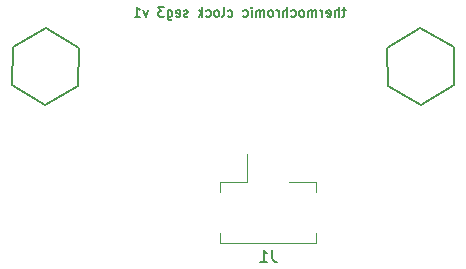
<source format=gbr>
G04 #@! TF.GenerationSoftware,KiCad,Pcbnew,(5.1.5)-3*
G04 #@! TF.CreationDate,2021-10-24T21:58:59+02:00*
G04 #@! TF.ProjectId,seg3,73656733-2e6b-4696-9361-645f70636258,1*
G04 #@! TF.SameCoordinates,Original*
G04 #@! TF.FileFunction,Legend,Bot*
G04 #@! TF.FilePolarity,Positive*
%FSLAX46Y46*%
G04 Gerber Fmt 4.6, Leading zero omitted, Abs format (unit mm)*
G04 Created by KiCad (PCBNEW (5.1.5)-3) date 2021-10-24 21:58:59*
%MOMM*%
%LPD*%
G04 APERTURE LIST*
%ADD10C,0.150000*%
%ADD11C,0.200000*%
%ADD12C,0.120000*%
%ADD13C,0.152400*%
%ADD14C,0.700000*%
G04 APERTURE END LIST*
D10*
X147071228Y-72523371D02*
X146766466Y-72523371D01*
X146956942Y-72256704D02*
X146956942Y-72942419D01*
X146918847Y-73018609D01*
X146842657Y-73056704D01*
X146766466Y-73056704D01*
X146499800Y-73056704D02*
X146499800Y-72256704D01*
X146156942Y-73056704D02*
X146156942Y-72637657D01*
X146195038Y-72561466D01*
X146271228Y-72523371D01*
X146385514Y-72523371D01*
X146461704Y-72561466D01*
X146499800Y-72599561D01*
X145471228Y-73018609D02*
X145547419Y-73056704D01*
X145699800Y-73056704D01*
X145775990Y-73018609D01*
X145814085Y-72942419D01*
X145814085Y-72637657D01*
X145775990Y-72561466D01*
X145699800Y-72523371D01*
X145547419Y-72523371D01*
X145471228Y-72561466D01*
X145433133Y-72637657D01*
X145433133Y-72713847D01*
X145814085Y-72790038D01*
X145090276Y-73056704D02*
X145090276Y-72523371D01*
X145090276Y-72675752D02*
X145052180Y-72599561D01*
X145014085Y-72561466D01*
X144937895Y-72523371D01*
X144861704Y-72523371D01*
X144595038Y-73056704D02*
X144595038Y-72523371D01*
X144595038Y-72599561D02*
X144556942Y-72561466D01*
X144480752Y-72523371D01*
X144366466Y-72523371D01*
X144290276Y-72561466D01*
X144252180Y-72637657D01*
X144252180Y-73056704D01*
X144252180Y-72637657D02*
X144214085Y-72561466D01*
X144137895Y-72523371D01*
X144023609Y-72523371D01*
X143947419Y-72561466D01*
X143909323Y-72637657D01*
X143909323Y-73056704D01*
X143414085Y-73056704D02*
X143490276Y-73018609D01*
X143528371Y-72980514D01*
X143566466Y-72904323D01*
X143566466Y-72675752D01*
X143528371Y-72599561D01*
X143490276Y-72561466D01*
X143414085Y-72523371D01*
X143299800Y-72523371D01*
X143223609Y-72561466D01*
X143185514Y-72599561D01*
X143147419Y-72675752D01*
X143147419Y-72904323D01*
X143185514Y-72980514D01*
X143223609Y-73018609D01*
X143299800Y-73056704D01*
X143414085Y-73056704D01*
X142461704Y-73018609D02*
X142537895Y-73056704D01*
X142690276Y-73056704D01*
X142766466Y-73018609D01*
X142804561Y-72980514D01*
X142842657Y-72904323D01*
X142842657Y-72675752D01*
X142804561Y-72599561D01*
X142766466Y-72561466D01*
X142690276Y-72523371D01*
X142537895Y-72523371D01*
X142461704Y-72561466D01*
X142118847Y-73056704D02*
X142118847Y-72256704D01*
X141775990Y-73056704D02*
X141775990Y-72637657D01*
X141814085Y-72561466D01*
X141890276Y-72523371D01*
X142004561Y-72523371D01*
X142080752Y-72561466D01*
X142118847Y-72599561D01*
X141395038Y-73056704D02*
X141395038Y-72523371D01*
X141395038Y-72675752D02*
X141356942Y-72599561D01*
X141318847Y-72561466D01*
X141242657Y-72523371D01*
X141166466Y-72523371D01*
X140785514Y-73056704D02*
X140861704Y-73018609D01*
X140899800Y-72980514D01*
X140937895Y-72904323D01*
X140937895Y-72675752D01*
X140899800Y-72599561D01*
X140861704Y-72561466D01*
X140785514Y-72523371D01*
X140671228Y-72523371D01*
X140595038Y-72561466D01*
X140556942Y-72599561D01*
X140518847Y-72675752D01*
X140518847Y-72904323D01*
X140556942Y-72980514D01*
X140595038Y-73018609D01*
X140671228Y-73056704D01*
X140785514Y-73056704D01*
X140175990Y-73056704D02*
X140175990Y-72523371D01*
X140175990Y-72599561D02*
X140137895Y-72561466D01*
X140061704Y-72523371D01*
X139947419Y-72523371D01*
X139871228Y-72561466D01*
X139833133Y-72637657D01*
X139833133Y-73056704D01*
X139833133Y-72637657D02*
X139795038Y-72561466D01*
X139718847Y-72523371D01*
X139604561Y-72523371D01*
X139528371Y-72561466D01*
X139490276Y-72637657D01*
X139490276Y-73056704D01*
X139109323Y-73056704D02*
X139109323Y-72523371D01*
X139109323Y-72256704D02*
X139147419Y-72294800D01*
X139109323Y-72332895D01*
X139071228Y-72294800D01*
X139109323Y-72256704D01*
X139109323Y-72332895D01*
X138385514Y-73018609D02*
X138461704Y-73056704D01*
X138614085Y-73056704D01*
X138690276Y-73018609D01*
X138728371Y-72980514D01*
X138766466Y-72904323D01*
X138766466Y-72675752D01*
X138728371Y-72599561D01*
X138690276Y-72561466D01*
X138614085Y-72523371D01*
X138461704Y-72523371D01*
X138385514Y-72561466D01*
X137090276Y-73018609D02*
X137166466Y-73056704D01*
X137318847Y-73056704D01*
X137395038Y-73018609D01*
X137433133Y-72980514D01*
X137471228Y-72904323D01*
X137471228Y-72675752D01*
X137433133Y-72599561D01*
X137395038Y-72561466D01*
X137318847Y-72523371D01*
X137166466Y-72523371D01*
X137090276Y-72561466D01*
X136633133Y-73056704D02*
X136709323Y-73018609D01*
X136747419Y-72942419D01*
X136747419Y-72256704D01*
X136214085Y-73056704D02*
X136290276Y-73018609D01*
X136328371Y-72980514D01*
X136366466Y-72904323D01*
X136366466Y-72675752D01*
X136328371Y-72599561D01*
X136290276Y-72561466D01*
X136214085Y-72523371D01*
X136099800Y-72523371D01*
X136023609Y-72561466D01*
X135985514Y-72599561D01*
X135947419Y-72675752D01*
X135947419Y-72904323D01*
X135985514Y-72980514D01*
X136023609Y-73018609D01*
X136099800Y-73056704D01*
X136214085Y-73056704D01*
X135261704Y-73018609D02*
X135337895Y-73056704D01*
X135490276Y-73056704D01*
X135566466Y-73018609D01*
X135604561Y-72980514D01*
X135642657Y-72904323D01*
X135642657Y-72675752D01*
X135604561Y-72599561D01*
X135566466Y-72561466D01*
X135490276Y-72523371D01*
X135337895Y-72523371D01*
X135261704Y-72561466D01*
X134918847Y-73056704D02*
X134918847Y-72256704D01*
X134842657Y-72751942D02*
X134614085Y-73056704D01*
X134614085Y-72523371D02*
X134918847Y-72828133D01*
X133699800Y-73018609D02*
X133623609Y-73056704D01*
X133471228Y-73056704D01*
X133395038Y-73018609D01*
X133356942Y-72942419D01*
X133356942Y-72904323D01*
X133395038Y-72828133D01*
X133471228Y-72790038D01*
X133585514Y-72790038D01*
X133661704Y-72751942D01*
X133699800Y-72675752D01*
X133699800Y-72637657D01*
X133661704Y-72561466D01*
X133585514Y-72523371D01*
X133471228Y-72523371D01*
X133395038Y-72561466D01*
X132709323Y-73018609D02*
X132785514Y-73056704D01*
X132937895Y-73056704D01*
X133014085Y-73018609D01*
X133052180Y-72942419D01*
X133052180Y-72637657D01*
X133014085Y-72561466D01*
X132937895Y-72523371D01*
X132785514Y-72523371D01*
X132709323Y-72561466D01*
X132671228Y-72637657D01*
X132671228Y-72713847D01*
X133052180Y-72790038D01*
X131985514Y-72523371D02*
X131985514Y-73170990D01*
X132023609Y-73247180D01*
X132061704Y-73285276D01*
X132137895Y-73323371D01*
X132252180Y-73323371D01*
X132328371Y-73285276D01*
X131985514Y-73018609D02*
X132061704Y-73056704D01*
X132214085Y-73056704D01*
X132290276Y-73018609D01*
X132328371Y-72980514D01*
X132366466Y-72904323D01*
X132366466Y-72675752D01*
X132328371Y-72599561D01*
X132290276Y-72561466D01*
X132214085Y-72523371D01*
X132061704Y-72523371D01*
X131985514Y-72561466D01*
X131680752Y-72256704D02*
X131185514Y-72256704D01*
X131452180Y-72561466D01*
X131337895Y-72561466D01*
X131261704Y-72599561D01*
X131223609Y-72637657D01*
X131185514Y-72713847D01*
X131185514Y-72904323D01*
X131223609Y-72980514D01*
X131261704Y-73018609D01*
X131337895Y-73056704D01*
X131566466Y-73056704D01*
X131642657Y-73018609D01*
X131680752Y-72980514D01*
X130309323Y-72523371D02*
X130118847Y-73056704D01*
X129928371Y-72523371D01*
X129204561Y-73056704D02*
X129661704Y-73056704D01*
X129433133Y-73056704D02*
X129433133Y-72256704D01*
X129509323Y-72370990D01*
X129585514Y-72447180D01*
X129661704Y-72485276D01*
D11*
X118863442Y-75626452D02*
X121675182Y-74030380D01*
X124439661Y-78900458D02*
X121627920Y-80496530D01*
X150622504Y-78900458D02*
X153434245Y-80496530D01*
X153386982Y-74030380D02*
X150598873Y-75667383D01*
X156198723Y-75626452D02*
X153386982Y-74030380D01*
X153434245Y-80496530D02*
X156222355Y-78859527D01*
X118839810Y-78859527D02*
X118863442Y-75626452D01*
X124463292Y-75667383D02*
X124439661Y-78900458D01*
X156222355Y-78859527D02*
X156198723Y-75626452D01*
X150598873Y-75667383D02*
X150622504Y-78900458D01*
X121675182Y-74030380D02*
X124463292Y-75667383D01*
X121627920Y-80496530D02*
X118839810Y-78859527D01*
D12*
X144585000Y-92260000D02*
X144585000Y-91410000D01*
X136415000Y-92260000D02*
X144585000Y-92260000D01*
X136415000Y-91410000D02*
X136415000Y-92260000D01*
X144585000Y-87040000D02*
X142260000Y-87040000D01*
X144585000Y-87890000D02*
X144585000Y-87040000D01*
X138740000Y-87040000D02*
X138740000Y-84650000D01*
X136415000Y-87040000D02*
X138740000Y-87040000D01*
X136415000Y-87890000D02*
X136415000Y-87040000D01*
D10*
X140833333Y-92802380D02*
X140833333Y-93516666D01*
X140880952Y-93659523D01*
X140976190Y-93754761D01*
X141119047Y-93802380D01*
X141214285Y-93802380D01*
X139833333Y-93802380D02*
X140404761Y-93802380D01*
X140119047Y-93802380D02*
X140119047Y-92802380D01*
X140214285Y-92945238D01*
X140309523Y-93040476D01*
X140404761Y-93088095D01*
%LPC*%
D13*
G36*
X144474504Y-88151204D02*
G01*
X144498773Y-88154804D01*
X144522571Y-88160765D01*
X144545671Y-88169030D01*
X144567849Y-88179520D01*
X144588893Y-88192133D01*
X144608598Y-88206747D01*
X144626777Y-88223223D01*
X144643253Y-88241402D01*
X144657867Y-88261107D01*
X144670480Y-88282151D01*
X144680970Y-88304329D01*
X144689235Y-88327429D01*
X144695196Y-88351227D01*
X144698796Y-88375496D01*
X144700000Y-88400000D01*
X144700000Y-90900000D01*
X144698796Y-90924504D01*
X144695196Y-90948773D01*
X144689235Y-90972571D01*
X144680970Y-90995671D01*
X144670480Y-91017849D01*
X144657867Y-91038893D01*
X144643253Y-91058598D01*
X144626777Y-91076777D01*
X144608598Y-91093253D01*
X144588893Y-91107867D01*
X144567849Y-91120480D01*
X144545671Y-91130970D01*
X144522571Y-91139235D01*
X144498773Y-91145196D01*
X144474504Y-91148796D01*
X144450000Y-91150000D01*
X143350000Y-91150000D01*
X143325496Y-91148796D01*
X143301227Y-91145196D01*
X143277429Y-91139235D01*
X143254329Y-91130970D01*
X143232151Y-91120480D01*
X143211107Y-91107867D01*
X143191402Y-91093253D01*
X143173223Y-91076777D01*
X143156747Y-91058598D01*
X143142133Y-91038893D01*
X143129520Y-91017849D01*
X143119030Y-90995671D01*
X143110765Y-90972571D01*
X143104804Y-90948773D01*
X143101204Y-90924504D01*
X143100000Y-90900000D01*
X143100000Y-88400000D01*
X143101204Y-88375496D01*
X143104804Y-88351227D01*
X143110765Y-88327429D01*
X143119030Y-88304329D01*
X143129520Y-88282151D01*
X143142133Y-88261107D01*
X143156747Y-88241402D01*
X143173223Y-88223223D01*
X143191402Y-88206747D01*
X143211107Y-88192133D01*
X143232151Y-88179520D01*
X143254329Y-88169030D01*
X143277429Y-88160765D01*
X143301227Y-88154804D01*
X143325496Y-88151204D01*
X143350000Y-88150000D01*
X144450000Y-88150000D01*
X144474504Y-88151204D01*
G37*
G36*
X137674504Y-88151204D02*
G01*
X137698773Y-88154804D01*
X137722571Y-88160765D01*
X137745671Y-88169030D01*
X137767849Y-88179520D01*
X137788893Y-88192133D01*
X137808598Y-88206747D01*
X137826777Y-88223223D01*
X137843253Y-88241402D01*
X137857867Y-88261107D01*
X137870480Y-88282151D01*
X137880970Y-88304329D01*
X137889235Y-88327429D01*
X137895196Y-88351227D01*
X137898796Y-88375496D01*
X137900000Y-88400000D01*
X137900000Y-90900000D01*
X137898796Y-90924504D01*
X137895196Y-90948773D01*
X137889235Y-90972571D01*
X137880970Y-90995671D01*
X137870480Y-91017849D01*
X137857867Y-91038893D01*
X137843253Y-91058598D01*
X137826777Y-91076777D01*
X137808598Y-91093253D01*
X137788893Y-91107867D01*
X137767849Y-91120480D01*
X137745671Y-91130970D01*
X137722571Y-91139235D01*
X137698773Y-91145196D01*
X137674504Y-91148796D01*
X137650000Y-91150000D01*
X136550000Y-91150000D01*
X136525496Y-91148796D01*
X136501227Y-91145196D01*
X136477429Y-91139235D01*
X136454329Y-91130970D01*
X136432151Y-91120480D01*
X136411107Y-91107867D01*
X136391402Y-91093253D01*
X136373223Y-91076777D01*
X136356747Y-91058598D01*
X136342133Y-91038893D01*
X136329520Y-91017849D01*
X136319030Y-90995671D01*
X136310765Y-90972571D01*
X136304804Y-90948773D01*
X136301204Y-90924504D01*
X136300000Y-90900000D01*
X136300000Y-88400000D01*
X136301204Y-88375496D01*
X136304804Y-88351227D01*
X136310765Y-88327429D01*
X136319030Y-88304329D01*
X136329520Y-88282151D01*
X136342133Y-88261107D01*
X136356747Y-88241402D01*
X136373223Y-88223223D01*
X136391402Y-88206747D01*
X136411107Y-88192133D01*
X136432151Y-88179520D01*
X136454329Y-88169030D01*
X136477429Y-88160765D01*
X136501227Y-88154804D01*
X136525496Y-88151204D01*
X136550000Y-88150000D01*
X137650000Y-88150000D01*
X137674504Y-88151204D01*
G37*
G36*
X141774504Y-84651204D02*
G01*
X141798773Y-84654804D01*
X141822571Y-84660765D01*
X141845671Y-84669030D01*
X141867849Y-84679520D01*
X141888893Y-84692133D01*
X141908598Y-84706747D01*
X141926777Y-84723223D01*
X141943253Y-84741402D01*
X141957867Y-84761107D01*
X141970480Y-84782151D01*
X141980970Y-84804329D01*
X141989235Y-84827429D01*
X141995196Y-84851227D01*
X141998796Y-84875496D01*
X142000000Y-84900000D01*
X142000000Y-89900000D01*
X141998796Y-89924504D01*
X141995196Y-89948773D01*
X141989235Y-89972571D01*
X141980970Y-89995671D01*
X141970480Y-90017849D01*
X141957867Y-90038893D01*
X141943253Y-90058598D01*
X141926777Y-90076777D01*
X141908598Y-90093253D01*
X141888893Y-90107867D01*
X141867849Y-90120480D01*
X141845671Y-90130970D01*
X141822571Y-90139235D01*
X141798773Y-90145196D01*
X141774504Y-90148796D01*
X141750000Y-90150000D01*
X141250000Y-90150000D01*
X141225496Y-90148796D01*
X141201227Y-90145196D01*
X141177429Y-90139235D01*
X141154329Y-90130970D01*
X141132151Y-90120480D01*
X141111107Y-90107867D01*
X141091402Y-90093253D01*
X141073223Y-90076777D01*
X141056747Y-90058598D01*
X141042133Y-90038893D01*
X141029520Y-90017849D01*
X141019030Y-89995671D01*
X141010765Y-89972571D01*
X141004804Y-89948773D01*
X141001204Y-89924504D01*
X141000000Y-89900000D01*
X141000000Y-84900000D01*
X141001204Y-84875496D01*
X141004804Y-84851227D01*
X141010765Y-84827429D01*
X141019030Y-84804329D01*
X141029520Y-84782151D01*
X141042133Y-84761107D01*
X141056747Y-84741402D01*
X141073223Y-84723223D01*
X141091402Y-84706747D01*
X141111107Y-84692133D01*
X141132151Y-84679520D01*
X141154329Y-84669030D01*
X141177429Y-84660765D01*
X141201227Y-84654804D01*
X141225496Y-84651204D01*
X141250000Y-84650000D01*
X141750000Y-84650000D01*
X141774504Y-84651204D01*
G37*
G36*
X139774504Y-84651204D02*
G01*
X139798773Y-84654804D01*
X139822571Y-84660765D01*
X139845671Y-84669030D01*
X139867849Y-84679520D01*
X139888893Y-84692133D01*
X139908598Y-84706747D01*
X139926777Y-84723223D01*
X139943253Y-84741402D01*
X139957867Y-84761107D01*
X139970480Y-84782151D01*
X139980970Y-84804329D01*
X139989235Y-84827429D01*
X139995196Y-84851227D01*
X139998796Y-84875496D01*
X140000000Y-84900000D01*
X140000000Y-89900000D01*
X139998796Y-89924504D01*
X139995196Y-89948773D01*
X139989235Y-89972571D01*
X139980970Y-89995671D01*
X139970480Y-90017849D01*
X139957867Y-90038893D01*
X139943253Y-90058598D01*
X139926777Y-90076777D01*
X139908598Y-90093253D01*
X139888893Y-90107867D01*
X139867849Y-90120480D01*
X139845671Y-90130970D01*
X139822571Y-90139235D01*
X139798773Y-90145196D01*
X139774504Y-90148796D01*
X139750000Y-90150000D01*
X139250000Y-90150000D01*
X139225496Y-90148796D01*
X139201227Y-90145196D01*
X139177429Y-90139235D01*
X139154329Y-90130970D01*
X139132151Y-90120480D01*
X139111107Y-90107867D01*
X139091402Y-90093253D01*
X139073223Y-90076777D01*
X139056747Y-90058598D01*
X139042133Y-90038893D01*
X139029520Y-90017849D01*
X139019030Y-89995671D01*
X139010765Y-89972571D01*
X139004804Y-89948773D01*
X139001204Y-89924504D01*
X139000000Y-89900000D01*
X139000000Y-84900000D01*
X139001204Y-84875496D01*
X139004804Y-84851227D01*
X139010765Y-84827429D01*
X139019030Y-84804329D01*
X139029520Y-84782151D01*
X139042133Y-84761107D01*
X139056747Y-84741402D01*
X139073223Y-84723223D01*
X139091402Y-84706747D01*
X139111107Y-84692133D01*
X139132151Y-84679520D01*
X139154329Y-84669030D01*
X139177429Y-84660765D01*
X139201227Y-84654804D01*
X139225496Y-84651204D01*
X139250000Y-84650000D01*
X139750000Y-84650000D01*
X139774504Y-84651204D01*
G37*
D14*
X162630994Y-77536077D03*
X112530535Y-77339131D03*
M02*

</source>
